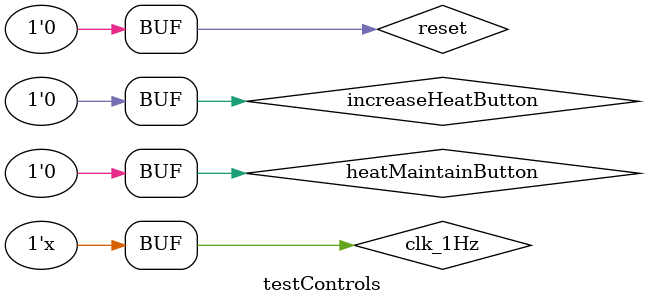
<source format=v>
`timescale 1ns / 1ps


module testControls;
reg clk_1Hz = 0;
reg increaseHeatButton= 0;
reg heatMaintainButton =0;
reg reset = 0;
wire [6:0] settedTemperature;
wire heatMaintain;
wire start;
wire stop;

initial begin
    #1000000000 increaseHeatButton = 0;
    #1000000000 increaseHeatButton = 0;
    #1 increaseHeatButton = 1;
    #1000000000 increaseHeatButton = 0;
    
    #1000000000 increaseHeatButton = 0;
    #1000000000 increaseHeatButton = 0;
    #1000000000 increaseHeatButton = 0;
    #1000000000 increaseHeatButton = 0;
     #1 increaseHeatButton = 1;
    #1000000000 increaseHeatButton = 0;
end

 always
    #500000000 clk_1Hz = ~clk_1Hz;


Controls controls(clk_1Hz, increaseHeatButton, heatMaintainButton, reset, settedTemperature, heatMaintain, start, stop);
/*
  input clk_1Hz,
        input increaseHeatButton,
        input heatMaintainButton,
        input reset,
        output [6:0] settedTemperature,
        output heatMaintain,
        output start,
        output stop
*/
endmodule

</source>
